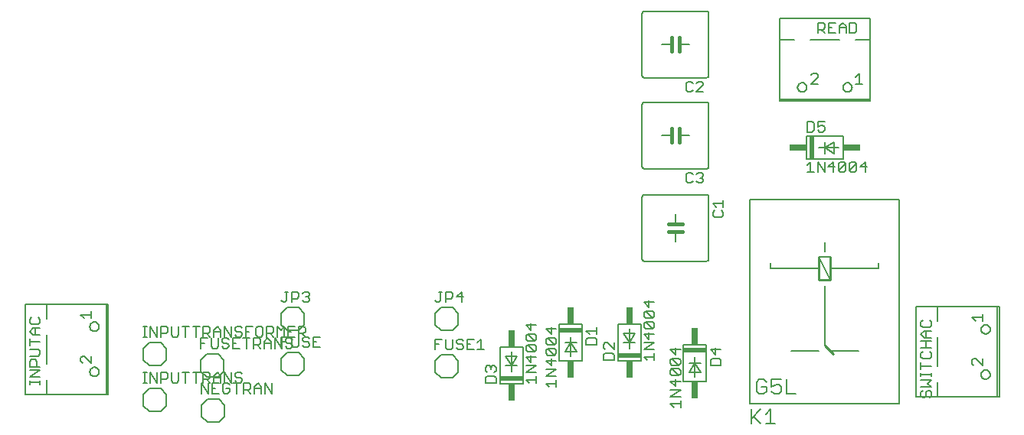
<source format=gto>
G75*
%MOIN*%
%OFA0B0*%
%FSLAX25Y25*%
%IPPOS*%
%LPD*%
%AMOC8*
5,1,8,0,0,1.08239X$1,22.5*
%
%ADD10C,0.00600*%
%ADD11C,0.01600*%
%ADD12C,0.00500*%
%ADD13R,0.10000X0.02000*%
%ADD14R,0.03000X0.07500*%
%ADD15R,0.02000X0.10000*%
%ADD16R,0.07500X0.03000*%
%ADD17C,0.01000*%
%ADD18C,0.00700*%
D10*
X0046095Y0018724D02*
X0055497Y0018724D01*
X0081497Y0018724D01*
X0081497Y0058024D01*
X0082296Y0058024D01*
X0082296Y0018724D01*
X0081497Y0018724D01*
X0074295Y0028524D02*
X0074297Y0028613D01*
X0074303Y0028702D01*
X0074313Y0028791D01*
X0074327Y0028879D01*
X0074344Y0028966D01*
X0074366Y0029052D01*
X0074392Y0029138D01*
X0074421Y0029222D01*
X0074454Y0029305D01*
X0074490Y0029386D01*
X0074531Y0029466D01*
X0074574Y0029543D01*
X0074621Y0029619D01*
X0074672Y0029692D01*
X0074725Y0029763D01*
X0074782Y0029832D01*
X0074842Y0029898D01*
X0074905Y0029962D01*
X0074970Y0030022D01*
X0075038Y0030080D01*
X0075109Y0030134D01*
X0075182Y0030185D01*
X0075257Y0030233D01*
X0075334Y0030278D01*
X0075413Y0030319D01*
X0075494Y0030356D01*
X0075576Y0030390D01*
X0075660Y0030421D01*
X0075745Y0030447D01*
X0075831Y0030470D01*
X0075918Y0030488D01*
X0076006Y0030503D01*
X0076095Y0030514D01*
X0076184Y0030521D01*
X0076273Y0030524D01*
X0076362Y0030523D01*
X0076451Y0030518D01*
X0076539Y0030509D01*
X0076628Y0030496D01*
X0076715Y0030479D01*
X0076802Y0030459D01*
X0076888Y0030434D01*
X0076972Y0030406D01*
X0077055Y0030374D01*
X0077137Y0030338D01*
X0077217Y0030299D01*
X0077295Y0030256D01*
X0077371Y0030210D01*
X0077445Y0030160D01*
X0077517Y0030107D01*
X0077586Y0030051D01*
X0077653Y0029992D01*
X0077717Y0029930D01*
X0077778Y0029866D01*
X0077837Y0029798D01*
X0077892Y0029728D01*
X0077944Y0029656D01*
X0077993Y0029581D01*
X0078038Y0029505D01*
X0078080Y0029426D01*
X0078118Y0029346D01*
X0078153Y0029264D01*
X0078184Y0029180D01*
X0078212Y0029095D01*
X0078235Y0029009D01*
X0078255Y0028922D01*
X0078271Y0028835D01*
X0078283Y0028746D01*
X0078291Y0028658D01*
X0078295Y0028569D01*
X0078295Y0028479D01*
X0078291Y0028390D01*
X0078283Y0028302D01*
X0078271Y0028213D01*
X0078255Y0028126D01*
X0078235Y0028039D01*
X0078212Y0027953D01*
X0078184Y0027868D01*
X0078153Y0027784D01*
X0078118Y0027702D01*
X0078080Y0027622D01*
X0078038Y0027543D01*
X0077993Y0027467D01*
X0077944Y0027392D01*
X0077892Y0027320D01*
X0077837Y0027250D01*
X0077778Y0027182D01*
X0077717Y0027118D01*
X0077653Y0027056D01*
X0077586Y0026997D01*
X0077517Y0026941D01*
X0077445Y0026888D01*
X0077371Y0026838D01*
X0077295Y0026792D01*
X0077217Y0026749D01*
X0077137Y0026710D01*
X0077055Y0026674D01*
X0076972Y0026642D01*
X0076888Y0026614D01*
X0076802Y0026589D01*
X0076715Y0026569D01*
X0076628Y0026552D01*
X0076539Y0026539D01*
X0076451Y0026530D01*
X0076362Y0026525D01*
X0076273Y0026524D01*
X0076184Y0026527D01*
X0076095Y0026534D01*
X0076006Y0026545D01*
X0075918Y0026560D01*
X0075831Y0026578D01*
X0075745Y0026601D01*
X0075660Y0026627D01*
X0075576Y0026658D01*
X0075494Y0026692D01*
X0075413Y0026729D01*
X0075334Y0026770D01*
X0075257Y0026815D01*
X0075182Y0026863D01*
X0075109Y0026914D01*
X0075038Y0026968D01*
X0074970Y0027026D01*
X0074905Y0027086D01*
X0074842Y0027150D01*
X0074782Y0027216D01*
X0074725Y0027285D01*
X0074672Y0027356D01*
X0074621Y0027429D01*
X0074574Y0027505D01*
X0074531Y0027582D01*
X0074490Y0027662D01*
X0074454Y0027743D01*
X0074421Y0027826D01*
X0074392Y0027910D01*
X0074366Y0027996D01*
X0074344Y0028082D01*
X0074327Y0028169D01*
X0074313Y0028257D01*
X0074303Y0028346D01*
X0074297Y0028435D01*
X0074295Y0028524D01*
X0055497Y0032024D02*
X0055497Y0044724D01*
X0055497Y0051724D02*
X0055497Y0058024D01*
X0081497Y0058024D01*
X0074295Y0048224D02*
X0074297Y0048313D01*
X0074303Y0048402D01*
X0074313Y0048491D01*
X0074327Y0048579D01*
X0074344Y0048666D01*
X0074366Y0048752D01*
X0074392Y0048838D01*
X0074421Y0048922D01*
X0074454Y0049005D01*
X0074490Y0049086D01*
X0074531Y0049166D01*
X0074574Y0049243D01*
X0074621Y0049319D01*
X0074672Y0049392D01*
X0074725Y0049463D01*
X0074782Y0049532D01*
X0074842Y0049598D01*
X0074905Y0049662D01*
X0074970Y0049722D01*
X0075038Y0049780D01*
X0075109Y0049834D01*
X0075182Y0049885D01*
X0075257Y0049933D01*
X0075334Y0049978D01*
X0075413Y0050019D01*
X0075494Y0050056D01*
X0075576Y0050090D01*
X0075660Y0050121D01*
X0075745Y0050147D01*
X0075831Y0050170D01*
X0075918Y0050188D01*
X0076006Y0050203D01*
X0076095Y0050214D01*
X0076184Y0050221D01*
X0076273Y0050224D01*
X0076362Y0050223D01*
X0076451Y0050218D01*
X0076539Y0050209D01*
X0076628Y0050196D01*
X0076715Y0050179D01*
X0076802Y0050159D01*
X0076888Y0050134D01*
X0076972Y0050106D01*
X0077055Y0050074D01*
X0077137Y0050038D01*
X0077217Y0049999D01*
X0077295Y0049956D01*
X0077371Y0049910D01*
X0077445Y0049860D01*
X0077517Y0049807D01*
X0077586Y0049751D01*
X0077653Y0049692D01*
X0077717Y0049630D01*
X0077778Y0049566D01*
X0077837Y0049498D01*
X0077892Y0049428D01*
X0077944Y0049356D01*
X0077993Y0049281D01*
X0078038Y0049205D01*
X0078080Y0049126D01*
X0078118Y0049046D01*
X0078153Y0048964D01*
X0078184Y0048880D01*
X0078212Y0048795D01*
X0078235Y0048709D01*
X0078255Y0048622D01*
X0078271Y0048535D01*
X0078283Y0048446D01*
X0078291Y0048358D01*
X0078295Y0048269D01*
X0078295Y0048179D01*
X0078291Y0048090D01*
X0078283Y0048002D01*
X0078271Y0047913D01*
X0078255Y0047826D01*
X0078235Y0047739D01*
X0078212Y0047653D01*
X0078184Y0047568D01*
X0078153Y0047484D01*
X0078118Y0047402D01*
X0078080Y0047322D01*
X0078038Y0047243D01*
X0077993Y0047167D01*
X0077944Y0047092D01*
X0077892Y0047020D01*
X0077837Y0046950D01*
X0077778Y0046882D01*
X0077717Y0046818D01*
X0077653Y0046756D01*
X0077586Y0046697D01*
X0077517Y0046641D01*
X0077445Y0046588D01*
X0077371Y0046538D01*
X0077295Y0046492D01*
X0077217Y0046449D01*
X0077137Y0046410D01*
X0077055Y0046374D01*
X0076972Y0046342D01*
X0076888Y0046314D01*
X0076802Y0046289D01*
X0076715Y0046269D01*
X0076628Y0046252D01*
X0076539Y0046239D01*
X0076451Y0046230D01*
X0076362Y0046225D01*
X0076273Y0046224D01*
X0076184Y0046227D01*
X0076095Y0046234D01*
X0076006Y0046245D01*
X0075918Y0046260D01*
X0075831Y0046278D01*
X0075745Y0046301D01*
X0075660Y0046327D01*
X0075576Y0046358D01*
X0075494Y0046392D01*
X0075413Y0046429D01*
X0075334Y0046470D01*
X0075257Y0046515D01*
X0075182Y0046563D01*
X0075109Y0046614D01*
X0075038Y0046668D01*
X0074970Y0046726D01*
X0074905Y0046786D01*
X0074842Y0046850D01*
X0074782Y0046916D01*
X0074725Y0046985D01*
X0074672Y0047056D01*
X0074621Y0047129D01*
X0074574Y0047205D01*
X0074531Y0047282D01*
X0074490Y0047362D01*
X0074454Y0047443D01*
X0074421Y0047526D01*
X0074392Y0047610D01*
X0074366Y0047696D01*
X0074344Y0047782D01*
X0074327Y0047869D01*
X0074313Y0047957D01*
X0074303Y0048046D01*
X0074297Y0048135D01*
X0074295Y0048224D01*
X0055497Y0058024D02*
X0046095Y0058024D01*
X0046095Y0018724D01*
X0055497Y0018724D02*
X0055497Y0025024D01*
X0097595Y0018756D02*
X0097595Y0013756D01*
X0100095Y0011256D01*
X0105095Y0011256D01*
X0107595Y0013756D01*
X0107595Y0018756D01*
X0105095Y0021256D01*
X0100095Y0021256D01*
X0097595Y0018756D01*
X0100095Y0031256D02*
X0105095Y0031256D01*
X0107595Y0033756D01*
X0107595Y0038756D01*
X0105095Y0041256D01*
X0100095Y0041256D01*
X0097595Y0038756D01*
X0097595Y0033756D01*
X0100095Y0031256D01*
X0122595Y0033756D02*
X0122595Y0028756D01*
X0125095Y0026256D01*
X0130095Y0026256D01*
X0132595Y0028756D01*
X0132595Y0033756D01*
X0130095Y0036256D01*
X0125095Y0036256D01*
X0122595Y0033756D01*
X0125410Y0016571D02*
X0122910Y0014071D01*
X0122910Y0009071D01*
X0125410Y0006571D01*
X0130410Y0006571D01*
X0132910Y0009071D01*
X0132910Y0014071D01*
X0130410Y0016571D01*
X0125410Y0016571D01*
X0157674Y0029268D02*
X0157674Y0034268D01*
X0160174Y0036768D01*
X0165174Y0036768D01*
X0167674Y0034268D01*
X0167674Y0029268D01*
X0165174Y0026768D01*
X0160174Y0026768D01*
X0157674Y0029268D01*
X0160174Y0046453D02*
X0165174Y0046453D01*
X0167674Y0048953D01*
X0167674Y0053953D01*
X0165174Y0056453D01*
X0160174Y0056453D01*
X0157674Y0053953D01*
X0157674Y0048953D01*
X0160174Y0046453D01*
X0224603Y0048953D02*
X0227103Y0046453D01*
X0232103Y0046453D01*
X0234603Y0048953D01*
X0234603Y0053953D01*
X0232103Y0056453D01*
X0227103Y0056453D01*
X0224603Y0053953D01*
X0224603Y0048953D01*
X0227103Y0035783D02*
X0224603Y0033283D01*
X0224603Y0028283D01*
X0227103Y0025783D01*
X0232103Y0025783D01*
X0234603Y0028283D01*
X0234603Y0033283D01*
X0232103Y0035783D01*
X0227103Y0035783D01*
X0252792Y0039256D02*
X0252792Y0023256D01*
X0262792Y0023256D01*
X0262792Y0039256D01*
X0252792Y0039256D01*
X0255292Y0035256D02*
X0257792Y0031256D01*
X0260292Y0031256D01*
X0257792Y0031256D02*
X0255292Y0031256D01*
X0257792Y0031256D02*
X0257792Y0028756D01*
X0257792Y0031256D02*
X0257792Y0037256D01*
X0255292Y0035256D02*
X0260292Y0035256D01*
X0257792Y0031256D01*
X0278540Y0033256D02*
X0288540Y0033256D01*
X0288540Y0049256D01*
X0278540Y0049256D01*
X0278540Y0033256D01*
X0283540Y0035256D02*
X0283540Y0041256D01*
X0281040Y0041256D01*
X0283540Y0041256D02*
X0286040Y0041256D01*
X0283540Y0041256D02*
X0281040Y0037256D01*
X0286040Y0037256D01*
X0283540Y0041256D01*
X0283540Y0043756D01*
X0304170Y0049256D02*
X0304170Y0033256D01*
X0314170Y0033256D01*
X0314170Y0049256D01*
X0304170Y0049256D01*
X0309170Y0047256D02*
X0309170Y0041256D01*
X0311670Y0041256D01*
X0309170Y0041256D02*
X0309170Y0038756D01*
X0309170Y0041256D02*
X0306670Y0041256D01*
X0309170Y0041256D02*
X0306670Y0045256D01*
X0311670Y0045256D01*
X0309170Y0041256D01*
X0332674Y0040319D02*
X0342674Y0040319D01*
X0342674Y0024319D01*
X0332674Y0024319D01*
X0332674Y0040319D01*
X0337674Y0034819D02*
X0337674Y0032319D01*
X0335174Y0032319D01*
X0337674Y0032319D02*
X0340174Y0032319D01*
X0337674Y0032319D02*
X0335174Y0028319D01*
X0340174Y0028319D01*
X0337674Y0032319D01*
X0337674Y0026319D01*
X0361670Y0014441D02*
X0361670Y0103441D01*
X0426670Y0103441D01*
X0426670Y0014441D01*
X0361670Y0014441D01*
X0379370Y0037441D02*
X0391670Y0037441D01*
X0394170Y0039941D02*
X0394170Y0065941D01*
X0396670Y0068441D02*
X0391670Y0078441D01*
X0396670Y0078441D01*
X0394170Y0080941D02*
X0394170Y0084941D01*
X0396670Y0073441D02*
X0417670Y0073441D01*
X0417670Y0075941D01*
X0391670Y0073441D02*
X0370670Y0073441D01*
X0370670Y0075941D01*
X0343670Y0077756D02*
X0343670Y0104756D01*
X0343668Y0104816D01*
X0343663Y0104877D01*
X0343654Y0104936D01*
X0343641Y0104995D01*
X0343625Y0105054D01*
X0343605Y0105111D01*
X0343582Y0105166D01*
X0343555Y0105221D01*
X0343526Y0105273D01*
X0343493Y0105324D01*
X0343457Y0105373D01*
X0343419Y0105419D01*
X0343377Y0105463D01*
X0343333Y0105505D01*
X0343287Y0105543D01*
X0343238Y0105579D01*
X0343187Y0105612D01*
X0343135Y0105641D01*
X0343080Y0105668D01*
X0343025Y0105691D01*
X0342968Y0105711D01*
X0342909Y0105727D01*
X0342850Y0105740D01*
X0342791Y0105749D01*
X0342730Y0105754D01*
X0342670Y0105756D01*
X0315670Y0105756D01*
X0315610Y0105754D01*
X0315549Y0105749D01*
X0315490Y0105740D01*
X0315431Y0105727D01*
X0315372Y0105711D01*
X0315315Y0105691D01*
X0315260Y0105668D01*
X0315205Y0105641D01*
X0315153Y0105612D01*
X0315102Y0105579D01*
X0315053Y0105543D01*
X0315007Y0105505D01*
X0314963Y0105463D01*
X0314921Y0105419D01*
X0314883Y0105373D01*
X0314847Y0105324D01*
X0314814Y0105273D01*
X0314785Y0105221D01*
X0314758Y0105166D01*
X0314735Y0105111D01*
X0314715Y0105054D01*
X0314699Y0104995D01*
X0314686Y0104936D01*
X0314677Y0104877D01*
X0314672Y0104816D01*
X0314670Y0104756D01*
X0314670Y0077756D01*
X0314672Y0077696D01*
X0314677Y0077635D01*
X0314686Y0077576D01*
X0314699Y0077517D01*
X0314715Y0077458D01*
X0314735Y0077401D01*
X0314758Y0077346D01*
X0314785Y0077291D01*
X0314814Y0077239D01*
X0314847Y0077188D01*
X0314883Y0077139D01*
X0314921Y0077093D01*
X0314963Y0077049D01*
X0315007Y0077007D01*
X0315053Y0076969D01*
X0315102Y0076933D01*
X0315153Y0076900D01*
X0315205Y0076871D01*
X0315260Y0076844D01*
X0315315Y0076821D01*
X0315372Y0076801D01*
X0315431Y0076785D01*
X0315490Y0076772D01*
X0315549Y0076763D01*
X0315610Y0076758D01*
X0315670Y0076756D01*
X0342670Y0076756D01*
X0342730Y0076758D01*
X0342791Y0076763D01*
X0342850Y0076772D01*
X0342909Y0076785D01*
X0342968Y0076801D01*
X0343025Y0076821D01*
X0343080Y0076844D01*
X0343135Y0076871D01*
X0343187Y0076900D01*
X0343238Y0076933D01*
X0343287Y0076969D01*
X0343333Y0077007D01*
X0343377Y0077049D01*
X0343419Y0077093D01*
X0343457Y0077139D01*
X0343493Y0077188D01*
X0343526Y0077239D01*
X0343555Y0077291D01*
X0343582Y0077346D01*
X0343605Y0077401D01*
X0343625Y0077458D01*
X0343641Y0077517D01*
X0343654Y0077576D01*
X0343663Y0077635D01*
X0343668Y0077696D01*
X0343670Y0077756D01*
X0329170Y0085256D02*
X0329170Y0089556D01*
X0329170Y0093056D02*
X0329170Y0097256D01*
X0315670Y0117071D02*
X0342670Y0117071D01*
X0342730Y0117073D01*
X0342791Y0117078D01*
X0342850Y0117087D01*
X0342909Y0117100D01*
X0342968Y0117116D01*
X0343025Y0117136D01*
X0343080Y0117159D01*
X0343135Y0117186D01*
X0343187Y0117215D01*
X0343238Y0117248D01*
X0343287Y0117284D01*
X0343333Y0117322D01*
X0343377Y0117364D01*
X0343419Y0117408D01*
X0343457Y0117454D01*
X0343493Y0117503D01*
X0343526Y0117554D01*
X0343555Y0117606D01*
X0343582Y0117661D01*
X0343605Y0117716D01*
X0343625Y0117773D01*
X0343641Y0117832D01*
X0343654Y0117891D01*
X0343663Y0117950D01*
X0343668Y0118011D01*
X0343670Y0118071D01*
X0343670Y0145071D01*
X0343668Y0145131D01*
X0343663Y0145192D01*
X0343654Y0145251D01*
X0343641Y0145310D01*
X0343625Y0145369D01*
X0343605Y0145426D01*
X0343582Y0145481D01*
X0343555Y0145536D01*
X0343526Y0145588D01*
X0343493Y0145639D01*
X0343457Y0145688D01*
X0343419Y0145734D01*
X0343377Y0145778D01*
X0343333Y0145820D01*
X0343287Y0145858D01*
X0343238Y0145894D01*
X0343187Y0145927D01*
X0343135Y0145956D01*
X0343080Y0145983D01*
X0343025Y0146006D01*
X0342968Y0146026D01*
X0342909Y0146042D01*
X0342850Y0146055D01*
X0342791Y0146064D01*
X0342730Y0146069D01*
X0342670Y0146071D01*
X0315670Y0146071D01*
X0315610Y0146069D01*
X0315549Y0146064D01*
X0315490Y0146055D01*
X0315431Y0146042D01*
X0315372Y0146026D01*
X0315315Y0146006D01*
X0315260Y0145983D01*
X0315205Y0145956D01*
X0315153Y0145927D01*
X0315102Y0145894D01*
X0315053Y0145858D01*
X0315007Y0145820D01*
X0314963Y0145778D01*
X0314921Y0145734D01*
X0314883Y0145688D01*
X0314847Y0145639D01*
X0314814Y0145588D01*
X0314785Y0145536D01*
X0314758Y0145481D01*
X0314735Y0145426D01*
X0314715Y0145369D01*
X0314699Y0145310D01*
X0314686Y0145251D01*
X0314677Y0145192D01*
X0314672Y0145131D01*
X0314670Y0145071D01*
X0314670Y0118071D01*
X0314672Y0118011D01*
X0314677Y0117950D01*
X0314686Y0117891D01*
X0314699Y0117832D01*
X0314715Y0117773D01*
X0314735Y0117716D01*
X0314758Y0117661D01*
X0314785Y0117606D01*
X0314814Y0117554D01*
X0314847Y0117503D01*
X0314883Y0117454D01*
X0314921Y0117408D01*
X0314963Y0117364D01*
X0315007Y0117322D01*
X0315053Y0117284D01*
X0315102Y0117248D01*
X0315153Y0117215D01*
X0315205Y0117186D01*
X0315260Y0117159D01*
X0315315Y0117136D01*
X0315372Y0117116D01*
X0315431Y0117100D01*
X0315490Y0117087D01*
X0315549Y0117078D01*
X0315610Y0117073D01*
X0315670Y0117071D01*
X0323170Y0131571D02*
X0327470Y0131571D01*
X0330970Y0131571D02*
X0335170Y0131571D01*
X0374512Y0146555D02*
X0413812Y0146555D01*
X0413812Y0147354D01*
X0374512Y0147354D01*
X0374512Y0173354D01*
X0374512Y0182756D01*
X0413812Y0182756D01*
X0413812Y0173354D01*
X0413812Y0147354D01*
X0402012Y0152556D02*
X0402014Y0152645D01*
X0402020Y0152734D01*
X0402030Y0152823D01*
X0402044Y0152911D01*
X0402061Y0152998D01*
X0402083Y0153084D01*
X0402109Y0153170D01*
X0402138Y0153254D01*
X0402171Y0153337D01*
X0402207Y0153418D01*
X0402248Y0153498D01*
X0402291Y0153575D01*
X0402338Y0153651D01*
X0402389Y0153724D01*
X0402442Y0153795D01*
X0402499Y0153864D01*
X0402559Y0153930D01*
X0402622Y0153994D01*
X0402687Y0154054D01*
X0402755Y0154112D01*
X0402826Y0154166D01*
X0402899Y0154217D01*
X0402974Y0154265D01*
X0403051Y0154310D01*
X0403130Y0154351D01*
X0403211Y0154388D01*
X0403293Y0154422D01*
X0403377Y0154453D01*
X0403462Y0154479D01*
X0403548Y0154502D01*
X0403635Y0154520D01*
X0403723Y0154535D01*
X0403812Y0154546D01*
X0403901Y0154553D01*
X0403990Y0154556D01*
X0404079Y0154555D01*
X0404168Y0154550D01*
X0404256Y0154541D01*
X0404345Y0154528D01*
X0404432Y0154511D01*
X0404519Y0154491D01*
X0404605Y0154466D01*
X0404689Y0154438D01*
X0404772Y0154406D01*
X0404854Y0154370D01*
X0404934Y0154331D01*
X0405012Y0154288D01*
X0405088Y0154242D01*
X0405162Y0154192D01*
X0405234Y0154139D01*
X0405303Y0154083D01*
X0405370Y0154024D01*
X0405434Y0153962D01*
X0405495Y0153898D01*
X0405554Y0153830D01*
X0405609Y0153760D01*
X0405661Y0153688D01*
X0405710Y0153613D01*
X0405755Y0153537D01*
X0405797Y0153458D01*
X0405835Y0153378D01*
X0405870Y0153296D01*
X0405901Y0153212D01*
X0405929Y0153127D01*
X0405952Y0153041D01*
X0405972Y0152954D01*
X0405988Y0152867D01*
X0406000Y0152778D01*
X0406008Y0152690D01*
X0406012Y0152601D01*
X0406012Y0152511D01*
X0406008Y0152422D01*
X0406000Y0152334D01*
X0405988Y0152245D01*
X0405972Y0152158D01*
X0405952Y0152071D01*
X0405929Y0151985D01*
X0405901Y0151900D01*
X0405870Y0151816D01*
X0405835Y0151734D01*
X0405797Y0151654D01*
X0405755Y0151575D01*
X0405710Y0151499D01*
X0405661Y0151424D01*
X0405609Y0151352D01*
X0405554Y0151282D01*
X0405495Y0151214D01*
X0405434Y0151150D01*
X0405370Y0151088D01*
X0405303Y0151029D01*
X0405234Y0150973D01*
X0405162Y0150920D01*
X0405088Y0150870D01*
X0405012Y0150824D01*
X0404934Y0150781D01*
X0404854Y0150742D01*
X0404772Y0150706D01*
X0404689Y0150674D01*
X0404605Y0150646D01*
X0404519Y0150621D01*
X0404432Y0150601D01*
X0404345Y0150584D01*
X0404256Y0150571D01*
X0404168Y0150562D01*
X0404079Y0150557D01*
X0403990Y0150556D01*
X0403901Y0150559D01*
X0403812Y0150566D01*
X0403723Y0150577D01*
X0403635Y0150592D01*
X0403548Y0150610D01*
X0403462Y0150633D01*
X0403377Y0150659D01*
X0403293Y0150690D01*
X0403211Y0150724D01*
X0403130Y0150761D01*
X0403051Y0150802D01*
X0402974Y0150847D01*
X0402899Y0150895D01*
X0402826Y0150946D01*
X0402755Y0151000D01*
X0402687Y0151058D01*
X0402622Y0151118D01*
X0402559Y0151182D01*
X0402499Y0151248D01*
X0402442Y0151317D01*
X0402389Y0151388D01*
X0402338Y0151461D01*
X0402291Y0151537D01*
X0402248Y0151614D01*
X0402207Y0151694D01*
X0402171Y0151775D01*
X0402138Y0151858D01*
X0402109Y0151942D01*
X0402083Y0152028D01*
X0402061Y0152114D01*
X0402044Y0152201D01*
X0402030Y0152289D01*
X0402020Y0152378D01*
X0402014Y0152467D01*
X0402012Y0152556D01*
X0382312Y0152556D02*
X0382314Y0152645D01*
X0382320Y0152734D01*
X0382330Y0152823D01*
X0382344Y0152911D01*
X0382361Y0152998D01*
X0382383Y0153084D01*
X0382409Y0153170D01*
X0382438Y0153254D01*
X0382471Y0153337D01*
X0382507Y0153418D01*
X0382548Y0153498D01*
X0382591Y0153575D01*
X0382638Y0153651D01*
X0382689Y0153724D01*
X0382742Y0153795D01*
X0382799Y0153864D01*
X0382859Y0153930D01*
X0382922Y0153994D01*
X0382987Y0154054D01*
X0383055Y0154112D01*
X0383126Y0154166D01*
X0383199Y0154217D01*
X0383274Y0154265D01*
X0383351Y0154310D01*
X0383430Y0154351D01*
X0383511Y0154388D01*
X0383593Y0154422D01*
X0383677Y0154453D01*
X0383762Y0154479D01*
X0383848Y0154502D01*
X0383935Y0154520D01*
X0384023Y0154535D01*
X0384112Y0154546D01*
X0384201Y0154553D01*
X0384290Y0154556D01*
X0384379Y0154555D01*
X0384468Y0154550D01*
X0384556Y0154541D01*
X0384645Y0154528D01*
X0384732Y0154511D01*
X0384819Y0154491D01*
X0384905Y0154466D01*
X0384989Y0154438D01*
X0385072Y0154406D01*
X0385154Y0154370D01*
X0385234Y0154331D01*
X0385312Y0154288D01*
X0385388Y0154242D01*
X0385462Y0154192D01*
X0385534Y0154139D01*
X0385603Y0154083D01*
X0385670Y0154024D01*
X0385734Y0153962D01*
X0385795Y0153898D01*
X0385854Y0153830D01*
X0385909Y0153760D01*
X0385961Y0153688D01*
X0386010Y0153613D01*
X0386055Y0153537D01*
X0386097Y0153458D01*
X0386135Y0153378D01*
X0386170Y0153296D01*
X0386201Y0153212D01*
X0386229Y0153127D01*
X0386252Y0153041D01*
X0386272Y0152954D01*
X0386288Y0152867D01*
X0386300Y0152778D01*
X0386308Y0152690D01*
X0386312Y0152601D01*
X0386312Y0152511D01*
X0386308Y0152422D01*
X0386300Y0152334D01*
X0386288Y0152245D01*
X0386272Y0152158D01*
X0386252Y0152071D01*
X0386229Y0151985D01*
X0386201Y0151900D01*
X0386170Y0151816D01*
X0386135Y0151734D01*
X0386097Y0151654D01*
X0386055Y0151575D01*
X0386010Y0151499D01*
X0385961Y0151424D01*
X0385909Y0151352D01*
X0385854Y0151282D01*
X0385795Y0151214D01*
X0385734Y0151150D01*
X0385670Y0151088D01*
X0385603Y0151029D01*
X0385534Y0150973D01*
X0385462Y0150920D01*
X0385388Y0150870D01*
X0385312Y0150824D01*
X0385234Y0150781D01*
X0385154Y0150742D01*
X0385072Y0150706D01*
X0384989Y0150674D01*
X0384905Y0150646D01*
X0384819Y0150621D01*
X0384732Y0150601D01*
X0384645Y0150584D01*
X0384556Y0150571D01*
X0384468Y0150562D01*
X0384379Y0150557D01*
X0384290Y0150556D01*
X0384201Y0150559D01*
X0384112Y0150566D01*
X0384023Y0150577D01*
X0383935Y0150592D01*
X0383848Y0150610D01*
X0383762Y0150633D01*
X0383677Y0150659D01*
X0383593Y0150690D01*
X0383511Y0150724D01*
X0383430Y0150761D01*
X0383351Y0150802D01*
X0383274Y0150847D01*
X0383199Y0150895D01*
X0383126Y0150946D01*
X0383055Y0151000D01*
X0382987Y0151058D01*
X0382922Y0151118D01*
X0382859Y0151182D01*
X0382799Y0151248D01*
X0382742Y0151317D01*
X0382689Y0151388D01*
X0382638Y0151461D01*
X0382591Y0151537D01*
X0382548Y0151614D01*
X0382507Y0151694D01*
X0382471Y0151775D01*
X0382438Y0151858D01*
X0382409Y0151942D01*
X0382383Y0152028D01*
X0382361Y0152114D01*
X0382344Y0152201D01*
X0382330Y0152289D01*
X0382320Y0152378D01*
X0382314Y0152467D01*
X0382312Y0152556D01*
X0374512Y0147354D02*
X0374512Y0146555D01*
X0343670Y0157756D02*
X0343670Y0184756D01*
X0343668Y0184816D01*
X0343663Y0184877D01*
X0343654Y0184936D01*
X0343641Y0184995D01*
X0343625Y0185054D01*
X0343605Y0185111D01*
X0343582Y0185166D01*
X0343555Y0185221D01*
X0343526Y0185273D01*
X0343493Y0185324D01*
X0343457Y0185373D01*
X0343419Y0185419D01*
X0343377Y0185463D01*
X0343333Y0185505D01*
X0343287Y0185543D01*
X0343238Y0185579D01*
X0343187Y0185612D01*
X0343135Y0185641D01*
X0343080Y0185668D01*
X0343025Y0185691D01*
X0342968Y0185711D01*
X0342909Y0185727D01*
X0342850Y0185740D01*
X0342791Y0185749D01*
X0342730Y0185754D01*
X0342670Y0185756D01*
X0315670Y0185756D01*
X0315610Y0185754D01*
X0315549Y0185749D01*
X0315490Y0185740D01*
X0315431Y0185727D01*
X0315372Y0185711D01*
X0315315Y0185691D01*
X0315260Y0185668D01*
X0315205Y0185641D01*
X0315153Y0185612D01*
X0315102Y0185579D01*
X0315053Y0185543D01*
X0315007Y0185505D01*
X0314963Y0185463D01*
X0314921Y0185419D01*
X0314883Y0185373D01*
X0314847Y0185324D01*
X0314814Y0185273D01*
X0314785Y0185221D01*
X0314758Y0185166D01*
X0314735Y0185111D01*
X0314715Y0185054D01*
X0314699Y0184995D01*
X0314686Y0184936D01*
X0314677Y0184877D01*
X0314672Y0184816D01*
X0314670Y0184756D01*
X0314670Y0157756D01*
X0314672Y0157696D01*
X0314677Y0157635D01*
X0314686Y0157576D01*
X0314699Y0157517D01*
X0314715Y0157458D01*
X0314735Y0157401D01*
X0314758Y0157346D01*
X0314785Y0157291D01*
X0314814Y0157239D01*
X0314847Y0157188D01*
X0314883Y0157139D01*
X0314921Y0157093D01*
X0314963Y0157049D01*
X0315007Y0157007D01*
X0315053Y0156969D01*
X0315102Y0156933D01*
X0315153Y0156900D01*
X0315205Y0156871D01*
X0315260Y0156844D01*
X0315315Y0156821D01*
X0315372Y0156801D01*
X0315431Y0156785D01*
X0315490Y0156772D01*
X0315549Y0156763D01*
X0315610Y0156758D01*
X0315670Y0156756D01*
X0342670Y0156756D01*
X0342730Y0156758D01*
X0342791Y0156763D01*
X0342850Y0156772D01*
X0342909Y0156785D01*
X0342968Y0156801D01*
X0343025Y0156821D01*
X0343080Y0156844D01*
X0343135Y0156871D01*
X0343187Y0156900D01*
X0343238Y0156933D01*
X0343287Y0156969D01*
X0343333Y0157007D01*
X0343377Y0157049D01*
X0343419Y0157093D01*
X0343457Y0157139D01*
X0343493Y0157188D01*
X0343526Y0157239D01*
X0343555Y0157291D01*
X0343582Y0157346D01*
X0343605Y0157401D01*
X0343625Y0157458D01*
X0343641Y0157517D01*
X0343654Y0157576D01*
X0343663Y0157635D01*
X0343668Y0157696D01*
X0343670Y0157756D01*
X0335170Y0171256D02*
X0330970Y0171256D01*
X0327470Y0171256D02*
X0323170Y0171256D01*
X0374512Y0173354D02*
X0380812Y0173354D01*
X0387812Y0173354D02*
X0400512Y0173354D01*
X0407512Y0173354D02*
X0413812Y0173354D01*
X0402170Y0131256D02*
X0386170Y0131256D01*
X0386170Y0121256D01*
X0402170Y0121256D01*
X0402170Y0131256D01*
X0398170Y0128756D02*
X0394170Y0126256D01*
X0394170Y0123756D01*
X0394170Y0126256D02*
X0391670Y0126256D01*
X0394170Y0126256D02*
X0394170Y0128756D01*
X0394170Y0126256D02*
X0400170Y0126256D01*
X0398170Y0128756D02*
X0398170Y0123756D01*
X0394170Y0126256D01*
X0433930Y0056843D02*
X0443331Y0056843D01*
X0469331Y0056843D01*
X0470131Y0056843D01*
X0470131Y0017543D01*
X0469331Y0017543D01*
X0443331Y0017543D01*
X0433930Y0017543D01*
X0433930Y0056843D01*
X0443331Y0056843D02*
X0443331Y0050543D01*
X0443331Y0043543D02*
X0443331Y0030843D01*
X0443331Y0023843D02*
X0443331Y0017543D01*
X0462130Y0027343D02*
X0462132Y0027432D01*
X0462138Y0027521D01*
X0462148Y0027610D01*
X0462162Y0027698D01*
X0462179Y0027785D01*
X0462201Y0027871D01*
X0462227Y0027957D01*
X0462256Y0028041D01*
X0462289Y0028124D01*
X0462325Y0028205D01*
X0462366Y0028285D01*
X0462409Y0028362D01*
X0462456Y0028438D01*
X0462507Y0028511D01*
X0462560Y0028582D01*
X0462617Y0028651D01*
X0462677Y0028717D01*
X0462740Y0028781D01*
X0462805Y0028841D01*
X0462873Y0028899D01*
X0462944Y0028953D01*
X0463017Y0029004D01*
X0463092Y0029052D01*
X0463169Y0029097D01*
X0463248Y0029138D01*
X0463329Y0029175D01*
X0463411Y0029209D01*
X0463495Y0029240D01*
X0463580Y0029266D01*
X0463666Y0029289D01*
X0463753Y0029307D01*
X0463841Y0029322D01*
X0463930Y0029333D01*
X0464019Y0029340D01*
X0464108Y0029343D01*
X0464197Y0029342D01*
X0464286Y0029337D01*
X0464374Y0029328D01*
X0464463Y0029315D01*
X0464550Y0029298D01*
X0464637Y0029278D01*
X0464723Y0029253D01*
X0464807Y0029225D01*
X0464890Y0029193D01*
X0464972Y0029157D01*
X0465052Y0029118D01*
X0465130Y0029075D01*
X0465206Y0029029D01*
X0465280Y0028979D01*
X0465352Y0028926D01*
X0465421Y0028870D01*
X0465488Y0028811D01*
X0465552Y0028749D01*
X0465613Y0028685D01*
X0465672Y0028617D01*
X0465727Y0028547D01*
X0465779Y0028475D01*
X0465828Y0028400D01*
X0465873Y0028324D01*
X0465915Y0028245D01*
X0465953Y0028165D01*
X0465988Y0028083D01*
X0466019Y0027999D01*
X0466047Y0027914D01*
X0466070Y0027828D01*
X0466090Y0027741D01*
X0466106Y0027654D01*
X0466118Y0027565D01*
X0466126Y0027477D01*
X0466130Y0027388D01*
X0466130Y0027298D01*
X0466126Y0027209D01*
X0466118Y0027121D01*
X0466106Y0027032D01*
X0466090Y0026945D01*
X0466070Y0026858D01*
X0466047Y0026772D01*
X0466019Y0026687D01*
X0465988Y0026603D01*
X0465953Y0026521D01*
X0465915Y0026441D01*
X0465873Y0026362D01*
X0465828Y0026286D01*
X0465779Y0026211D01*
X0465727Y0026139D01*
X0465672Y0026069D01*
X0465613Y0026001D01*
X0465552Y0025937D01*
X0465488Y0025875D01*
X0465421Y0025816D01*
X0465352Y0025760D01*
X0465280Y0025707D01*
X0465206Y0025657D01*
X0465130Y0025611D01*
X0465052Y0025568D01*
X0464972Y0025529D01*
X0464890Y0025493D01*
X0464807Y0025461D01*
X0464723Y0025433D01*
X0464637Y0025408D01*
X0464550Y0025388D01*
X0464463Y0025371D01*
X0464374Y0025358D01*
X0464286Y0025349D01*
X0464197Y0025344D01*
X0464108Y0025343D01*
X0464019Y0025346D01*
X0463930Y0025353D01*
X0463841Y0025364D01*
X0463753Y0025379D01*
X0463666Y0025397D01*
X0463580Y0025420D01*
X0463495Y0025446D01*
X0463411Y0025477D01*
X0463329Y0025511D01*
X0463248Y0025548D01*
X0463169Y0025589D01*
X0463092Y0025634D01*
X0463017Y0025682D01*
X0462944Y0025733D01*
X0462873Y0025787D01*
X0462805Y0025845D01*
X0462740Y0025905D01*
X0462677Y0025969D01*
X0462617Y0026035D01*
X0462560Y0026104D01*
X0462507Y0026175D01*
X0462456Y0026248D01*
X0462409Y0026324D01*
X0462366Y0026401D01*
X0462325Y0026481D01*
X0462289Y0026562D01*
X0462256Y0026645D01*
X0462227Y0026729D01*
X0462201Y0026815D01*
X0462179Y0026901D01*
X0462162Y0026988D01*
X0462148Y0027076D01*
X0462138Y0027165D01*
X0462132Y0027254D01*
X0462130Y0027343D01*
X0469331Y0017543D02*
X0469331Y0056843D01*
X0462130Y0047043D02*
X0462132Y0047132D01*
X0462138Y0047221D01*
X0462148Y0047310D01*
X0462162Y0047398D01*
X0462179Y0047485D01*
X0462201Y0047571D01*
X0462227Y0047657D01*
X0462256Y0047741D01*
X0462289Y0047824D01*
X0462325Y0047905D01*
X0462366Y0047985D01*
X0462409Y0048062D01*
X0462456Y0048138D01*
X0462507Y0048211D01*
X0462560Y0048282D01*
X0462617Y0048351D01*
X0462677Y0048417D01*
X0462740Y0048481D01*
X0462805Y0048541D01*
X0462873Y0048599D01*
X0462944Y0048653D01*
X0463017Y0048704D01*
X0463092Y0048752D01*
X0463169Y0048797D01*
X0463248Y0048838D01*
X0463329Y0048875D01*
X0463411Y0048909D01*
X0463495Y0048940D01*
X0463580Y0048966D01*
X0463666Y0048989D01*
X0463753Y0049007D01*
X0463841Y0049022D01*
X0463930Y0049033D01*
X0464019Y0049040D01*
X0464108Y0049043D01*
X0464197Y0049042D01*
X0464286Y0049037D01*
X0464374Y0049028D01*
X0464463Y0049015D01*
X0464550Y0048998D01*
X0464637Y0048978D01*
X0464723Y0048953D01*
X0464807Y0048925D01*
X0464890Y0048893D01*
X0464972Y0048857D01*
X0465052Y0048818D01*
X0465130Y0048775D01*
X0465206Y0048729D01*
X0465280Y0048679D01*
X0465352Y0048626D01*
X0465421Y0048570D01*
X0465488Y0048511D01*
X0465552Y0048449D01*
X0465613Y0048385D01*
X0465672Y0048317D01*
X0465727Y0048247D01*
X0465779Y0048175D01*
X0465828Y0048100D01*
X0465873Y0048024D01*
X0465915Y0047945D01*
X0465953Y0047865D01*
X0465988Y0047783D01*
X0466019Y0047699D01*
X0466047Y0047614D01*
X0466070Y0047528D01*
X0466090Y0047441D01*
X0466106Y0047354D01*
X0466118Y0047265D01*
X0466126Y0047177D01*
X0466130Y0047088D01*
X0466130Y0046998D01*
X0466126Y0046909D01*
X0466118Y0046821D01*
X0466106Y0046732D01*
X0466090Y0046645D01*
X0466070Y0046558D01*
X0466047Y0046472D01*
X0466019Y0046387D01*
X0465988Y0046303D01*
X0465953Y0046221D01*
X0465915Y0046141D01*
X0465873Y0046062D01*
X0465828Y0045986D01*
X0465779Y0045911D01*
X0465727Y0045839D01*
X0465672Y0045769D01*
X0465613Y0045701D01*
X0465552Y0045637D01*
X0465488Y0045575D01*
X0465421Y0045516D01*
X0465352Y0045460D01*
X0465280Y0045407D01*
X0465206Y0045357D01*
X0465130Y0045311D01*
X0465052Y0045268D01*
X0464972Y0045229D01*
X0464890Y0045193D01*
X0464807Y0045161D01*
X0464723Y0045133D01*
X0464637Y0045108D01*
X0464550Y0045088D01*
X0464463Y0045071D01*
X0464374Y0045058D01*
X0464286Y0045049D01*
X0464197Y0045044D01*
X0464108Y0045043D01*
X0464019Y0045046D01*
X0463930Y0045053D01*
X0463841Y0045064D01*
X0463753Y0045079D01*
X0463666Y0045097D01*
X0463580Y0045120D01*
X0463495Y0045146D01*
X0463411Y0045177D01*
X0463329Y0045211D01*
X0463248Y0045248D01*
X0463169Y0045289D01*
X0463092Y0045334D01*
X0463017Y0045382D01*
X0462944Y0045433D01*
X0462873Y0045487D01*
X0462805Y0045545D01*
X0462740Y0045605D01*
X0462677Y0045669D01*
X0462617Y0045735D01*
X0462560Y0045804D01*
X0462507Y0045875D01*
X0462456Y0045948D01*
X0462409Y0046024D01*
X0462366Y0046101D01*
X0462325Y0046181D01*
X0462289Y0046262D01*
X0462256Y0046345D01*
X0462227Y0046429D01*
X0462201Y0046515D01*
X0462179Y0046601D01*
X0462162Y0046688D01*
X0462148Y0046776D01*
X0462138Y0046865D01*
X0462132Y0046954D01*
X0462130Y0047043D01*
X0408870Y0037441D02*
X0396670Y0037441D01*
D11*
X0332170Y0089556D02*
X0329170Y0089556D01*
X0326170Y0089556D01*
X0326170Y0093056D02*
X0329170Y0093056D01*
X0332170Y0093056D01*
X0330970Y0128571D02*
X0330970Y0131571D01*
X0330970Y0134571D01*
X0327470Y0134571D02*
X0327470Y0131571D01*
X0327470Y0128571D01*
X0327470Y0168256D02*
X0327470Y0171256D01*
X0327470Y0174256D01*
X0330970Y0174256D02*
X0330970Y0171256D01*
X0330970Y0168256D01*
D12*
X0334463Y0155010D02*
X0333712Y0154259D01*
X0333712Y0151257D01*
X0334463Y0150506D01*
X0335964Y0150506D01*
X0336715Y0151257D01*
X0338316Y0150506D02*
X0341319Y0153508D01*
X0341319Y0154259D01*
X0340568Y0155010D01*
X0339067Y0155010D01*
X0338316Y0154259D01*
X0336715Y0154259D02*
X0335964Y0155010D01*
X0334463Y0155010D01*
X0338316Y0150506D02*
X0341319Y0150506D01*
X0386420Y0137510D02*
X0386420Y0133006D01*
X0388672Y0133006D01*
X0389423Y0133757D01*
X0389423Y0136759D01*
X0388672Y0137510D01*
X0386420Y0137510D01*
X0391024Y0137510D02*
X0391024Y0135258D01*
X0392525Y0136008D01*
X0393276Y0136008D01*
X0394026Y0135258D01*
X0394026Y0133757D01*
X0393276Y0133006D01*
X0391775Y0133006D01*
X0391024Y0133757D01*
X0391024Y0137510D02*
X0394026Y0137510D01*
X0391161Y0154006D02*
X0388159Y0154006D01*
X0391161Y0157008D01*
X0391161Y0157759D01*
X0390410Y0158510D01*
X0388909Y0158510D01*
X0388159Y0157759D01*
X0407659Y0157008D02*
X0409160Y0158510D01*
X0409160Y0154006D01*
X0407659Y0154006D02*
X0410661Y0154006D01*
X0407210Y0176206D02*
X0404959Y0176206D01*
X0404959Y0180710D01*
X0407210Y0180710D01*
X0407961Y0179959D01*
X0407961Y0176957D01*
X0407210Y0176206D01*
X0403357Y0176206D02*
X0403357Y0179208D01*
X0401856Y0180710D01*
X0400355Y0179208D01*
X0400355Y0176206D01*
X0398753Y0176206D02*
X0395751Y0176206D01*
X0395751Y0180710D01*
X0398753Y0180710D01*
X0397252Y0178458D02*
X0395751Y0178458D01*
X0394149Y0178458D02*
X0393399Y0177707D01*
X0391147Y0177707D01*
X0392648Y0177707D02*
X0394149Y0176206D01*
X0394149Y0178458D02*
X0394149Y0179959D01*
X0393399Y0180710D01*
X0391147Y0180710D01*
X0391147Y0176206D01*
X0400355Y0178458D02*
X0403357Y0178458D01*
X0402484Y0120010D02*
X0400982Y0120010D01*
X0400232Y0119259D01*
X0400232Y0116257D01*
X0403234Y0119259D01*
X0403234Y0116257D01*
X0402484Y0115506D01*
X0400982Y0115506D01*
X0400232Y0116257D01*
X0398630Y0117758D02*
X0395628Y0117758D01*
X0397880Y0120010D01*
X0397880Y0115506D01*
X0394026Y0115506D02*
X0394026Y0120010D01*
X0391024Y0120010D02*
X0394026Y0115506D01*
X0391024Y0115506D02*
X0391024Y0120010D01*
X0387921Y0120010D02*
X0387921Y0115506D01*
X0386420Y0115506D02*
X0389423Y0115506D01*
X0386420Y0118508D02*
X0387921Y0120010D01*
X0402484Y0120010D02*
X0403234Y0119259D01*
X0404836Y0119259D02*
X0405586Y0120010D01*
X0407088Y0120010D01*
X0407838Y0119259D01*
X0404836Y0116257D01*
X0405586Y0115506D01*
X0407088Y0115506D01*
X0407838Y0116257D01*
X0407838Y0119259D01*
X0409440Y0117758D02*
X0412442Y0117758D01*
X0411691Y0115506D02*
X0411691Y0120010D01*
X0409440Y0117758D01*
X0404836Y0116257D02*
X0404836Y0119259D01*
X0349920Y0103405D02*
X0349920Y0100402D01*
X0349920Y0101903D02*
X0345416Y0101903D01*
X0346917Y0100402D01*
X0346167Y0098801D02*
X0345416Y0098050D01*
X0345416Y0096549D01*
X0346167Y0095798D01*
X0349169Y0095798D01*
X0349920Y0096549D01*
X0349920Y0098050D01*
X0349169Y0098801D01*
X0340568Y0110821D02*
X0339067Y0110821D01*
X0338316Y0111572D01*
X0336715Y0111572D02*
X0335964Y0110821D01*
X0334463Y0110821D01*
X0333712Y0111572D01*
X0333712Y0114574D01*
X0334463Y0115325D01*
X0335964Y0115325D01*
X0336715Y0114574D01*
X0338316Y0114574D02*
X0339067Y0115325D01*
X0340568Y0115325D01*
X0341319Y0114574D01*
X0341319Y0113823D01*
X0340568Y0113073D01*
X0341319Y0112322D01*
X0341319Y0111572D01*
X0340568Y0110821D01*
X0340568Y0113073D02*
X0339817Y0113073D01*
X0236013Y0063407D02*
X0233761Y0061155D01*
X0236763Y0061155D01*
X0236013Y0058903D02*
X0236013Y0063407D01*
X0232159Y0062656D02*
X0232159Y0061155D01*
X0231409Y0060404D01*
X0229157Y0060404D01*
X0229157Y0058903D02*
X0229157Y0063407D01*
X0231409Y0063407D01*
X0232159Y0062656D01*
X0227556Y0063407D02*
X0226054Y0063407D01*
X0226805Y0063407D02*
X0226805Y0059653D01*
X0226054Y0058903D01*
X0225304Y0058903D01*
X0224553Y0059653D01*
X0224553Y0042737D02*
X0227556Y0042737D01*
X0229157Y0042737D02*
X0229157Y0038984D01*
X0229908Y0038233D01*
X0231409Y0038233D01*
X0232159Y0038984D01*
X0232159Y0042737D01*
X0233761Y0041987D02*
X0233761Y0041236D01*
X0234512Y0040485D01*
X0236013Y0040485D01*
X0236763Y0039735D01*
X0236763Y0038984D01*
X0236013Y0038233D01*
X0234512Y0038233D01*
X0233761Y0038984D01*
X0238365Y0038233D02*
X0241367Y0038233D01*
X0242969Y0038233D02*
X0245971Y0038233D01*
X0244470Y0038233D02*
X0244470Y0042737D01*
X0242969Y0041236D01*
X0241367Y0042737D02*
X0238365Y0042737D01*
X0238365Y0038233D01*
X0238365Y0040485D02*
X0239866Y0040485D01*
X0236763Y0041987D02*
X0236013Y0042737D01*
X0234512Y0042737D01*
X0233761Y0041987D01*
X0226054Y0040485D02*
X0224553Y0040485D01*
X0224553Y0038233D02*
X0224553Y0042737D01*
X0246538Y0030362D02*
X0247289Y0031112D01*
X0248039Y0031112D01*
X0248790Y0030362D01*
X0249541Y0031112D01*
X0250291Y0031112D01*
X0251042Y0030362D01*
X0251042Y0028860D01*
X0250291Y0028110D01*
X0250291Y0026508D02*
X0247289Y0026508D01*
X0246538Y0025758D01*
X0246538Y0023506D01*
X0251042Y0023506D01*
X0251042Y0025758D01*
X0250291Y0026508D01*
X0247289Y0028110D02*
X0246538Y0028860D01*
X0246538Y0030362D01*
X0248790Y0030362D02*
X0248790Y0029611D01*
X0264038Y0028110D02*
X0268542Y0031112D01*
X0264038Y0031112D01*
X0266290Y0032714D02*
X0266290Y0035716D01*
X0264789Y0037318D02*
X0264038Y0038068D01*
X0264038Y0039570D01*
X0264789Y0040320D01*
X0267791Y0037318D01*
X0268542Y0038068D01*
X0268542Y0039570D01*
X0267791Y0040320D01*
X0264789Y0040320D01*
X0264789Y0041922D02*
X0264038Y0042672D01*
X0264038Y0044174D01*
X0264789Y0044924D01*
X0267791Y0041922D01*
X0268542Y0042672D01*
X0268542Y0044174D01*
X0267791Y0044924D01*
X0264789Y0044924D01*
X0266290Y0046526D02*
X0264038Y0048777D01*
X0268542Y0048777D01*
X0266290Y0049528D02*
X0266290Y0046526D01*
X0272786Y0047154D02*
X0275038Y0044902D01*
X0275038Y0047904D01*
X0277290Y0047154D02*
X0272786Y0047154D01*
X0273537Y0043301D02*
X0276539Y0040298D01*
X0277290Y0041049D01*
X0277290Y0042550D01*
X0276539Y0043301D01*
X0273537Y0043301D01*
X0272786Y0042550D01*
X0272786Y0041049D01*
X0273537Y0040298D01*
X0276539Y0040298D01*
X0276539Y0038697D02*
X0273537Y0038697D01*
X0276539Y0035694D01*
X0277290Y0036445D01*
X0277290Y0037946D01*
X0276539Y0038697D01*
X0273537Y0038697D02*
X0272786Y0037946D01*
X0272786Y0036445D01*
X0273537Y0035694D01*
X0276539Y0035694D01*
X0275038Y0034093D02*
X0275038Y0031090D01*
X0272786Y0033342D01*
X0277290Y0033342D01*
X0277290Y0029489D02*
X0272786Y0029489D01*
X0272786Y0026486D02*
X0277290Y0029489D01*
X0277290Y0026486D02*
X0272786Y0026486D01*
X0272786Y0023384D02*
X0277290Y0023384D01*
X0277290Y0024885D02*
X0277290Y0021882D01*
X0274287Y0021882D02*
X0272786Y0023384D01*
X0268542Y0023506D02*
X0268542Y0026508D01*
X0268542Y0025007D02*
X0264038Y0025007D01*
X0265539Y0023506D01*
X0264038Y0028110D02*
X0268542Y0028110D01*
X0266290Y0032714D02*
X0264038Y0034966D01*
X0268542Y0034966D01*
X0267791Y0037318D02*
X0264789Y0037318D01*
X0264789Y0041922D02*
X0267791Y0041922D01*
X0290286Y0042550D02*
X0290286Y0040298D01*
X0294790Y0040298D01*
X0294790Y0042550D01*
X0294039Y0043301D01*
X0291037Y0043301D01*
X0290286Y0042550D01*
X0291787Y0044902D02*
X0290286Y0046403D01*
X0294790Y0046403D01*
X0294790Y0044902D02*
X0294790Y0047905D01*
X0298667Y0041112D02*
X0297916Y0040362D01*
X0297916Y0038860D01*
X0298667Y0038110D01*
X0298667Y0036508D02*
X0297916Y0035758D01*
X0297916Y0033506D01*
X0302420Y0033506D01*
X0302420Y0035758D01*
X0301669Y0036508D01*
X0298667Y0036508D01*
X0302420Y0038110D02*
X0299417Y0041112D01*
X0298667Y0041112D01*
X0302420Y0041112D02*
X0302420Y0038110D01*
X0315416Y0038110D02*
X0319920Y0041112D01*
X0315416Y0041112D01*
X0317668Y0042714D02*
X0317668Y0045716D01*
X0316167Y0047318D02*
X0315416Y0048068D01*
X0315416Y0049570D01*
X0316167Y0050320D01*
X0319169Y0047318D01*
X0319920Y0048068D01*
X0319920Y0049570D01*
X0319169Y0050320D01*
X0316167Y0050320D01*
X0316167Y0051922D02*
X0315416Y0052672D01*
X0315416Y0054174D01*
X0316167Y0054924D01*
X0319169Y0051922D01*
X0319920Y0052672D01*
X0319920Y0054174D01*
X0319169Y0054924D01*
X0316167Y0054924D01*
X0317668Y0056526D02*
X0317668Y0059528D01*
X0315416Y0058777D02*
X0317668Y0056526D01*
X0319920Y0058777D02*
X0315416Y0058777D01*
X0316167Y0051922D02*
X0319169Y0051922D01*
X0319169Y0047318D02*
X0316167Y0047318D01*
X0315416Y0044966D02*
X0317668Y0042714D01*
X0319920Y0044966D02*
X0315416Y0044966D01*
X0315416Y0038110D02*
X0319920Y0038110D01*
X0319920Y0036508D02*
X0319920Y0033506D01*
X0319920Y0035007D02*
X0315416Y0035007D01*
X0316917Y0033506D01*
X0326920Y0033613D02*
X0326920Y0032112D01*
X0327671Y0031361D01*
X0330673Y0031361D01*
X0327671Y0034364D01*
X0330673Y0034364D01*
X0331424Y0033613D01*
X0331424Y0032112D01*
X0330673Y0031361D01*
X0330673Y0029760D02*
X0327671Y0029760D01*
X0330673Y0026757D01*
X0331424Y0027508D01*
X0331424Y0029009D01*
X0330673Y0029760D01*
X0327671Y0029760D02*
X0326920Y0029009D01*
X0326920Y0027508D01*
X0327671Y0026757D01*
X0330673Y0026757D01*
X0329172Y0025156D02*
X0329172Y0022153D01*
X0326920Y0024405D01*
X0331424Y0024405D01*
X0331424Y0020552D02*
X0326920Y0020552D01*
X0326920Y0017549D02*
X0331424Y0020552D01*
X0331424Y0017549D02*
X0326920Y0017549D01*
X0326920Y0014447D02*
X0331424Y0014447D01*
X0331424Y0015948D02*
X0331424Y0012945D01*
X0328421Y0012945D02*
X0326920Y0014447D01*
X0344420Y0031361D02*
X0344420Y0033613D01*
X0345171Y0034364D01*
X0348173Y0034364D01*
X0348924Y0033613D01*
X0348924Y0031361D01*
X0344420Y0031361D01*
X0346672Y0035965D02*
X0346672Y0038968D01*
X0348924Y0038217D02*
X0344420Y0038217D01*
X0346672Y0035965D01*
X0331424Y0038217D02*
X0326920Y0038217D01*
X0329172Y0035965D01*
X0329172Y0038967D01*
X0327671Y0034364D02*
X0326920Y0033613D01*
X0435976Y0032576D02*
X0435976Y0029574D01*
X0435976Y0031075D02*
X0440480Y0031075D01*
X0440480Y0028006D02*
X0440480Y0026504D01*
X0440480Y0027255D02*
X0435976Y0027255D01*
X0435976Y0026504D02*
X0435976Y0028006D01*
X0435976Y0024903D02*
X0440480Y0024903D01*
X0438979Y0023402D01*
X0440480Y0021900D01*
X0435976Y0021900D01*
X0436727Y0020299D02*
X0435976Y0019548D01*
X0435976Y0018047D01*
X0436727Y0017296D01*
X0437477Y0017296D01*
X0438228Y0018047D01*
X0438228Y0019548D01*
X0438979Y0020299D01*
X0439729Y0020299D01*
X0440480Y0019548D01*
X0440480Y0018047D01*
X0439729Y0017296D01*
X0458176Y0031940D02*
X0458927Y0031189D01*
X0458176Y0031940D02*
X0458176Y0033441D01*
X0458927Y0034192D01*
X0459677Y0034192D01*
X0462680Y0031189D01*
X0462680Y0034192D01*
X0440480Y0034928D02*
X0440480Y0036429D01*
X0439729Y0037180D01*
X0440480Y0038781D02*
X0435976Y0038781D01*
X0436727Y0037180D02*
X0435976Y0036429D01*
X0435976Y0034928D01*
X0436727Y0034178D01*
X0439729Y0034178D01*
X0440480Y0034928D01*
X0438228Y0038781D02*
X0438228Y0041784D01*
X0438228Y0043385D02*
X0438228Y0046388D01*
X0437477Y0046388D02*
X0440480Y0046388D01*
X0439729Y0047989D02*
X0440480Y0048740D01*
X0440480Y0050241D01*
X0439729Y0050992D01*
X0436727Y0050992D02*
X0435976Y0050241D01*
X0435976Y0048740D01*
X0436727Y0047989D01*
X0439729Y0047989D01*
X0437477Y0046388D02*
X0435976Y0044887D01*
X0437477Y0043385D01*
X0440480Y0043385D01*
X0440480Y0041784D02*
X0435976Y0041784D01*
X0458176Y0052191D02*
X0462680Y0052191D01*
X0462680Y0053692D02*
X0462680Y0050689D01*
X0459677Y0050689D02*
X0458176Y0052191D01*
X0174438Y0043722D02*
X0171436Y0043722D01*
X0171436Y0039218D01*
X0174438Y0039218D01*
X0172937Y0041470D02*
X0171436Y0041470D01*
X0169834Y0040719D02*
X0169834Y0039968D01*
X0169084Y0039218D01*
X0167582Y0039218D01*
X0166832Y0039968D01*
X0165230Y0039968D02*
X0165230Y0043722D01*
X0165069Y0043706D02*
X0165069Y0048210D01*
X0167321Y0048210D01*
X0168072Y0047459D01*
X0168072Y0045958D01*
X0167321Y0045207D01*
X0165069Y0045207D01*
X0166571Y0045207D02*
X0168072Y0043706D01*
X0167582Y0043722D02*
X0166832Y0042971D01*
X0166832Y0042220D01*
X0167582Y0041470D01*
X0169084Y0041470D01*
X0169834Y0040719D01*
X0169834Y0042971D02*
X0169084Y0043722D01*
X0167582Y0043722D01*
X0163468Y0043706D02*
X0160465Y0043706D01*
X0160465Y0048210D01*
X0163468Y0048210D01*
X0161967Y0045958D02*
X0160465Y0045958D01*
X0160626Y0043722D02*
X0157624Y0043722D01*
X0157624Y0039218D01*
X0157775Y0038706D02*
X0157775Y0043210D01*
X0158864Y0043706D02*
X0158864Y0048210D01*
X0157363Y0046708D01*
X0155862Y0048210D01*
X0155862Y0043706D01*
X0154773Y0043210D02*
X0157775Y0038706D01*
X0159377Y0039457D02*
X0160127Y0038706D01*
X0161628Y0038706D01*
X0162379Y0039457D01*
X0162379Y0040207D01*
X0161628Y0040958D01*
X0160127Y0040958D01*
X0159377Y0041708D01*
X0159377Y0042459D01*
X0160127Y0043210D01*
X0161628Y0043210D01*
X0162379Y0042459D01*
X0162228Y0043722D02*
X0162228Y0039968D01*
X0162978Y0039218D01*
X0164480Y0039218D01*
X0165230Y0039968D01*
X0159125Y0041470D02*
X0157624Y0041470D01*
X0154773Y0043210D02*
X0154773Y0038706D01*
X0153171Y0038706D02*
X0153171Y0041708D01*
X0151670Y0043210D01*
X0150169Y0041708D01*
X0150169Y0038706D01*
X0148567Y0038706D02*
X0147066Y0040207D01*
X0147817Y0040207D02*
X0145565Y0040207D01*
X0145565Y0038706D02*
X0145565Y0043210D01*
X0147817Y0043210D01*
X0148567Y0042459D01*
X0148567Y0040958D01*
X0147817Y0040207D01*
X0150169Y0040958D02*
X0153171Y0040958D01*
X0154260Y0043706D02*
X0152759Y0045207D01*
X0153510Y0045207D02*
X0151258Y0045207D01*
X0151258Y0043706D02*
X0151258Y0048210D01*
X0153510Y0048210D01*
X0154260Y0047459D01*
X0154260Y0045958D01*
X0153510Y0045207D01*
X0149656Y0044457D02*
X0148906Y0043706D01*
X0147404Y0043706D01*
X0146654Y0044457D01*
X0146654Y0047459D01*
X0147404Y0048210D01*
X0148906Y0048210D01*
X0149656Y0047459D01*
X0149656Y0044457D01*
X0143963Y0043210D02*
X0140961Y0043210D01*
X0142050Y0043706D02*
X0142050Y0048210D01*
X0145052Y0048210D01*
X0143551Y0045958D02*
X0142050Y0045958D01*
X0140448Y0045207D02*
X0140448Y0044457D01*
X0139698Y0043706D01*
X0138196Y0043706D01*
X0137446Y0044457D01*
X0136357Y0043210D02*
X0136357Y0038706D01*
X0139359Y0038706D01*
X0137858Y0040958D02*
X0136357Y0040958D01*
X0134756Y0040207D02*
X0134756Y0039457D01*
X0134005Y0038706D01*
X0132504Y0038706D01*
X0131753Y0039457D01*
X0130152Y0039457D02*
X0130152Y0043210D01*
X0131241Y0043706D02*
X0131241Y0046708D01*
X0129739Y0048210D01*
X0128238Y0046708D01*
X0128238Y0043706D01*
X0127149Y0043210D02*
X0127149Y0039457D01*
X0127900Y0038706D01*
X0129401Y0038706D01*
X0130152Y0039457D01*
X0131753Y0041708D02*
X0132504Y0040958D01*
X0134005Y0040958D01*
X0134756Y0040207D01*
X0134756Y0042459D02*
X0134005Y0043210D01*
X0132504Y0043210D01*
X0131753Y0042459D01*
X0131753Y0041708D01*
X0132842Y0043706D02*
X0132842Y0048210D01*
X0135844Y0043706D01*
X0135844Y0048210D01*
X0137446Y0047459D02*
X0137446Y0046708D01*
X0138196Y0045958D01*
X0139698Y0045958D01*
X0140448Y0045207D01*
X0140448Y0047459D02*
X0139698Y0048210D01*
X0138196Y0048210D01*
X0137446Y0047459D01*
X0131241Y0045958D02*
X0128238Y0045958D01*
X0126637Y0045958D02*
X0125886Y0045207D01*
X0123634Y0045207D01*
X0123634Y0043706D02*
X0123634Y0048210D01*
X0125886Y0048210D01*
X0126637Y0047459D01*
X0126637Y0045958D01*
X0125135Y0045207D02*
X0126637Y0043706D01*
X0125548Y0043210D02*
X0122545Y0043210D01*
X0122545Y0038706D01*
X0122545Y0040958D02*
X0124046Y0040958D01*
X0120531Y0043706D02*
X0120531Y0048210D01*
X0119030Y0048210D02*
X0122033Y0048210D01*
X0117429Y0048210D02*
X0114426Y0048210D01*
X0115927Y0048210D02*
X0115927Y0043706D01*
X0112825Y0044457D02*
X0112074Y0043706D01*
X0110573Y0043706D01*
X0109822Y0044457D01*
X0109822Y0048210D01*
X0108221Y0047459D02*
X0108221Y0045958D01*
X0107470Y0045207D01*
X0105218Y0045207D01*
X0105218Y0043706D02*
X0105218Y0048210D01*
X0107470Y0048210D01*
X0108221Y0047459D01*
X0112825Y0048210D02*
X0112825Y0044457D01*
X0103617Y0043706D02*
X0103617Y0048210D01*
X0100614Y0048210D02*
X0103617Y0043706D01*
X0100614Y0043706D02*
X0100614Y0048210D01*
X0099046Y0048210D02*
X0097545Y0048210D01*
X0098296Y0048210D02*
X0098296Y0043706D01*
X0099046Y0043706D02*
X0097545Y0043706D01*
X0074845Y0051870D02*
X0074845Y0054873D01*
X0074845Y0053372D02*
X0070341Y0053372D01*
X0071843Y0051870D01*
X0052645Y0051422D02*
X0052645Y0049921D01*
X0051895Y0049170D01*
X0048892Y0049170D01*
X0048141Y0049921D01*
X0048141Y0051422D01*
X0048892Y0052173D01*
X0051895Y0052173D02*
X0052645Y0051422D01*
X0052645Y0047569D02*
X0049643Y0047569D01*
X0048141Y0046068D01*
X0049643Y0044566D01*
X0052645Y0044566D01*
X0050393Y0044566D02*
X0050393Y0047569D01*
X0048141Y0042965D02*
X0048141Y0039963D01*
X0048141Y0041464D02*
X0052645Y0041464D01*
X0051895Y0038361D02*
X0048141Y0038361D01*
X0048141Y0035359D02*
X0051895Y0035359D01*
X0052645Y0036109D01*
X0052645Y0037611D01*
X0051895Y0038361D01*
X0050393Y0033757D02*
X0051144Y0033007D01*
X0051144Y0030755D01*
X0052645Y0030755D02*
X0048141Y0030755D01*
X0048141Y0033007D01*
X0048892Y0033757D01*
X0050393Y0033757D01*
X0052645Y0029153D02*
X0048141Y0029153D01*
X0048141Y0026151D02*
X0052645Y0029153D01*
X0052645Y0026151D02*
X0048141Y0026151D01*
X0048141Y0024583D02*
X0048141Y0023082D01*
X0048141Y0023832D02*
X0052645Y0023832D01*
X0052645Y0023082D02*
X0052645Y0024583D01*
X0070341Y0033121D02*
X0071092Y0032370D01*
X0070341Y0033121D02*
X0070341Y0034622D01*
X0071092Y0035373D01*
X0071843Y0035373D01*
X0074845Y0032370D01*
X0074845Y0035373D01*
X0097545Y0028210D02*
X0099046Y0028210D01*
X0098296Y0028210D02*
X0098296Y0023706D01*
X0099046Y0023706D02*
X0097545Y0023706D01*
X0100614Y0023706D02*
X0100614Y0028210D01*
X0103617Y0023706D01*
X0103617Y0028210D01*
X0105218Y0028210D02*
X0107470Y0028210D01*
X0108221Y0027459D01*
X0108221Y0025958D01*
X0107470Y0025207D01*
X0105218Y0025207D01*
X0105218Y0023706D02*
X0105218Y0028210D01*
X0109822Y0028210D02*
X0109822Y0024457D01*
X0110573Y0023706D01*
X0112074Y0023706D01*
X0112825Y0024457D01*
X0112825Y0028210D01*
X0114426Y0028210D02*
X0117429Y0028210D01*
X0115927Y0028210D02*
X0115927Y0023706D01*
X0120531Y0023706D02*
X0120531Y0028210D01*
X0119030Y0028210D02*
X0122033Y0028210D01*
X0123634Y0028210D02*
X0125886Y0028210D01*
X0126637Y0027459D01*
X0126637Y0025958D01*
X0125886Y0025207D01*
X0123634Y0025207D01*
X0123634Y0023706D02*
X0123634Y0028210D01*
X0128238Y0026708D02*
X0129739Y0028210D01*
X0131241Y0026708D01*
X0131241Y0023706D01*
X0130467Y0023525D02*
X0127464Y0023525D01*
X0127464Y0019021D01*
X0130467Y0019021D01*
X0132068Y0019772D02*
X0132068Y0022774D01*
X0132819Y0023525D01*
X0134320Y0023525D01*
X0135071Y0022774D01*
X0135844Y0023706D02*
X0135844Y0028210D01*
X0137446Y0027459D02*
X0138196Y0028210D01*
X0139698Y0028210D01*
X0140448Y0027459D01*
X0139698Y0025958D02*
X0140448Y0025207D01*
X0140448Y0024457D01*
X0139698Y0023706D01*
X0138196Y0023706D01*
X0137446Y0024457D01*
X0138173Y0023525D02*
X0138173Y0019021D01*
X0141276Y0019021D02*
X0141276Y0023525D01*
X0143528Y0023525D01*
X0144278Y0022774D01*
X0144278Y0021273D01*
X0143528Y0020522D01*
X0141276Y0020522D01*
X0142777Y0020522D02*
X0144278Y0019021D01*
X0145880Y0019021D02*
X0145880Y0022023D01*
X0147381Y0023525D01*
X0148882Y0022023D01*
X0148882Y0019021D01*
X0150484Y0019021D02*
X0150484Y0023525D01*
X0153486Y0019021D01*
X0153486Y0023525D01*
X0148882Y0021273D02*
X0145880Y0021273D01*
X0139674Y0023525D02*
X0136672Y0023525D01*
X0135844Y0023706D02*
X0132842Y0028210D01*
X0132842Y0023706D01*
X0133569Y0021273D02*
X0135071Y0021273D01*
X0135071Y0019772D01*
X0134320Y0019021D01*
X0132819Y0019021D01*
X0132068Y0019772D01*
X0128965Y0021273D02*
X0127464Y0021273D01*
X0128238Y0023706D02*
X0128238Y0026708D01*
X0128238Y0025958D02*
X0131241Y0025958D01*
X0126637Y0023706D02*
X0125135Y0025207D01*
X0125863Y0023525D02*
X0125863Y0019021D01*
X0122860Y0023525D01*
X0122860Y0019021D01*
X0137446Y0026708D02*
X0138196Y0025958D01*
X0139698Y0025958D01*
X0137446Y0026708D02*
X0137446Y0027459D01*
X0142462Y0038706D02*
X0142462Y0043210D01*
X0139359Y0043210D02*
X0136357Y0043210D01*
X0157624Y0059653D02*
X0158375Y0058903D01*
X0159125Y0058903D01*
X0159876Y0059653D01*
X0159876Y0063407D01*
X0160626Y0063407D02*
X0159125Y0063407D01*
X0162228Y0063407D02*
X0164480Y0063407D01*
X0165230Y0062656D01*
X0165230Y0061155D01*
X0164480Y0060404D01*
X0162228Y0060404D01*
X0162228Y0058903D02*
X0162228Y0063407D01*
X0166832Y0062656D02*
X0167582Y0063407D01*
X0169084Y0063407D01*
X0169834Y0062656D01*
X0169834Y0061905D01*
X0169084Y0061155D01*
X0169834Y0060404D01*
X0169834Y0059653D01*
X0169084Y0058903D01*
X0167582Y0058903D01*
X0166832Y0059653D01*
X0168333Y0061155D02*
X0169084Y0061155D01*
D13*
X0257792Y0025756D03*
X0283540Y0046756D03*
X0309170Y0035756D03*
X0337674Y0037819D03*
D14*
X0337674Y0044069D03*
X0309170Y0053006D03*
X0283540Y0053006D03*
X0257792Y0043006D03*
X0283540Y0029506D03*
X0309170Y0029506D03*
X0337674Y0020569D03*
X0257792Y0019506D03*
D15*
X0388670Y0126256D03*
D16*
X0382420Y0126256D03*
X0405920Y0126256D03*
D17*
X0396670Y0078441D02*
X0396670Y0073441D01*
X0396670Y0068441D01*
X0391670Y0068441D01*
X0391670Y0073441D01*
X0391670Y0078441D01*
X0394170Y0039941D02*
X0396670Y0037441D01*
X0397870Y0036141D01*
D18*
X0377411Y0025096D02*
X0377411Y0018791D01*
X0381615Y0018791D01*
X0375169Y0019842D02*
X0375169Y0021944D01*
X0374118Y0022995D01*
X0373067Y0022995D01*
X0370965Y0021944D01*
X0370965Y0025096D01*
X0375169Y0025096D01*
X0368724Y0024045D02*
X0367673Y0025096D01*
X0365571Y0025096D01*
X0364520Y0024045D01*
X0364520Y0019842D01*
X0365571Y0018791D01*
X0367673Y0018791D01*
X0368724Y0019842D01*
X0368724Y0021944D01*
X0366622Y0021944D01*
X0370965Y0019842D02*
X0372016Y0018791D01*
X0374118Y0018791D01*
X0375169Y0019842D01*
X0370567Y0012096D02*
X0370567Y0005791D01*
X0368465Y0005791D02*
X0372669Y0005791D01*
X0368465Y0009995D02*
X0370567Y0012096D01*
X0366224Y0012096D02*
X0362020Y0007893D01*
X0363071Y0008944D02*
X0366224Y0005791D01*
X0362020Y0005791D02*
X0362020Y0012096D01*
M02*

</source>
